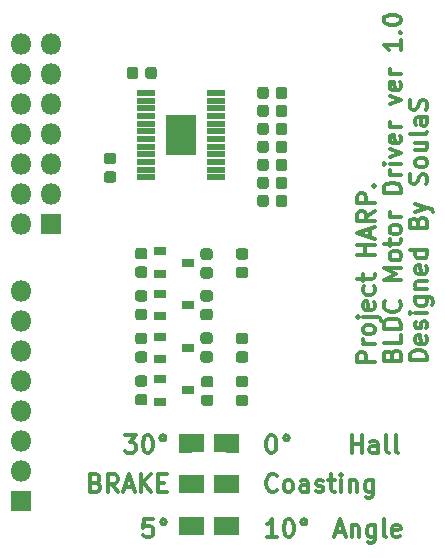
<source format=gts>
%TF.GenerationSoftware,KiCad,Pcbnew,(5.1.6)-1*%
%TF.CreationDate,2020-08-11T11:23:43+09:00*%
%TF.ProjectId,BLDC_MD_DRV10970,424c4443-5f4d-4445-9f44-525631303937,rev?*%
%TF.SameCoordinates,Original*%
%TF.FileFunction,Soldermask,Top*%
%TF.FilePolarity,Negative*%
%FSLAX46Y46*%
G04 Gerber Fmt 4.6, Leading zero omitted, Abs format (unit mm)*
G04 Created by KiCad (PCBNEW (5.1.6)-1) date 2020-08-11 11:23:43*
%MOMM*%
%LPD*%
G01*
G04 APERTURE LIST*
%ADD10C,0.300000*%
%ADD11R,1.100000X0.800000*%
%ADD12C,0.100000*%
%ADD13R,1.500000X1.500000*%
%ADD14O,1.800000X1.800000*%
%ADD15R,1.800000X1.800000*%
%ADD16R,2.500000X3.380000*%
%ADD17R,1.600000X0.550000*%
G04 APERTURE END LIST*
D10*
X170877771Y-119078800D02*
X169377771Y-119078800D01*
X169377771Y-118721657D01*
X169449200Y-118507371D01*
X169592057Y-118364514D01*
X169734914Y-118293085D01*
X170020628Y-118221657D01*
X170234914Y-118221657D01*
X170520628Y-118293085D01*
X170663485Y-118364514D01*
X170806342Y-118507371D01*
X170877771Y-118721657D01*
X170877771Y-119078800D01*
X170806342Y-117007371D02*
X170877771Y-117150228D01*
X170877771Y-117435942D01*
X170806342Y-117578800D01*
X170663485Y-117650228D01*
X170092057Y-117650228D01*
X169949200Y-117578800D01*
X169877771Y-117435942D01*
X169877771Y-117150228D01*
X169949200Y-117007371D01*
X170092057Y-116935942D01*
X170234914Y-116935942D01*
X170377771Y-117650228D01*
X170806342Y-116364514D02*
X170877771Y-116221657D01*
X170877771Y-115935942D01*
X170806342Y-115793085D01*
X170663485Y-115721657D01*
X170592057Y-115721657D01*
X170449200Y-115793085D01*
X170377771Y-115935942D01*
X170377771Y-116150228D01*
X170306342Y-116293085D01*
X170163485Y-116364514D01*
X170092057Y-116364514D01*
X169949200Y-116293085D01*
X169877771Y-116150228D01*
X169877771Y-115935942D01*
X169949200Y-115793085D01*
X170877771Y-115078800D02*
X169877771Y-115078800D01*
X169377771Y-115078800D02*
X169449200Y-115150228D01*
X169520628Y-115078800D01*
X169449200Y-115007371D01*
X169377771Y-115078800D01*
X169520628Y-115078800D01*
X169877771Y-113721657D02*
X171092057Y-113721657D01*
X171234914Y-113793085D01*
X171306342Y-113864514D01*
X171377771Y-114007371D01*
X171377771Y-114221657D01*
X171306342Y-114364514D01*
X170806342Y-113721657D02*
X170877771Y-113864514D01*
X170877771Y-114150228D01*
X170806342Y-114293085D01*
X170734914Y-114364514D01*
X170592057Y-114435942D01*
X170163485Y-114435942D01*
X170020628Y-114364514D01*
X169949200Y-114293085D01*
X169877771Y-114150228D01*
X169877771Y-113864514D01*
X169949200Y-113721657D01*
X169877771Y-113007371D02*
X170877771Y-113007371D01*
X170020628Y-113007371D02*
X169949200Y-112935942D01*
X169877771Y-112793085D01*
X169877771Y-112578800D01*
X169949200Y-112435942D01*
X170092057Y-112364514D01*
X170877771Y-112364514D01*
X170806342Y-111078800D02*
X170877771Y-111221657D01*
X170877771Y-111507371D01*
X170806342Y-111650228D01*
X170663485Y-111721657D01*
X170092057Y-111721657D01*
X169949200Y-111650228D01*
X169877771Y-111507371D01*
X169877771Y-111221657D01*
X169949200Y-111078800D01*
X170092057Y-111007371D01*
X170234914Y-111007371D01*
X170377771Y-111721657D01*
X170877771Y-109721657D02*
X169377771Y-109721657D01*
X170806342Y-109721657D02*
X170877771Y-109864514D01*
X170877771Y-110150228D01*
X170806342Y-110293085D01*
X170734914Y-110364514D01*
X170592057Y-110435942D01*
X170163485Y-110435942D01*
X170020628Y-110364514D01*
X169949200Y-110293085D01*
X169877771Y-110150228D01*
X169877771Y-109864514D01*
X169949200Y-109721657D01*
X170092057Y-107364514D02*
X170163485Y-107150228D01*
X170234914Y-107078800D01*
X170377771Y-107007371D01*
X170592057Y-107007371D01*
X170734914Y-107078800D01*
X170806342Y-107150228D01*
X170877771Y-107293085D01*
X170877771Y-107864514D01*
X169377771Y-107864514D01*
X169377771Y-107364514D01*
X169449200Y-107221657D01*
X169520628Y-107150228D01*
X169663485Y-107078800D01*
X169806342Y-107078800D01*
X169949200Y-107150228D01*
X170020628Y-107221657D01*
X170092057Y-107364514D01*
X170092057Y-107864514D01*
X169877771Y-106507371D02*
X170877771Y-106150228D01*
X169877771Y-105793085D02*
X170877771Y-106150228D01*
X171234914Y-106293085D01*
X171306342Y-106364514D01*
X171377771Y-106507371D01*
X170806342Y-104150228D02*
X170877771Y-103935942D01*
X170877771Y-103578800D01*
X170806342Y-103435942D01*
X170734914Y-103364514D01*
X170592057Y-103293085D01*
X170449200Y-103293085D01*
X170306342Y-103364514D01*
X170234914Y-103435942D01*
X170163485Y-103578800D01*
X170092057Y-103864514D01*
X170020628Y-104007371D01*
X169949200Y-104078800D01*
X169806342Y-104150228D01*
X169663485Y-104150228D01*
X169520628Y-104078800D01*
X169449200Y-104007371D01*
X169377771Y-103864514D01*
X169377771Y-103507371D01*
X169449200Y-103293085D01*
X170877771Y-102435942D02*
X170806342Y-102578800D01*
X170734914Y-102650228D01*
X170592057Y-102721657D01*
X170163485Y-102721657D01*
X170020628Y-102650228D01*
X169949200Y-102578800D01*
X169877771Y-102435942D01*
X169877771Y-102221657D01*
X169949200Y-102078800D01*
X170020628Y-102007371D01*
X170163485Y-101935942D01*
X170592057Y-101935942D01*
X170734914Y-102007371D01*
X170806342Y-102078800D01*
X170877771Y-102221657D01*
X170877771Y-102435942D01*
X169877771Y-100650228D02*
X170877771Y-100650228D01*
X169877771Y-101293085D02*
X170663485Y-101293085D01*
X170806342Y-101221657D01*
X170877771Y-101078800D01*
X170877771Y-100864514D01*
X170806342Y-100721657D01*
X170734914Y-100650228D01*
X170877771Y-99721657D02*
X170806342Y-99864514D01*
X170663485Y-99935942D01*
X169377771Y-99935942D01*
X170877771Y-98507371D02*
X170092057Y-98507371D01*
X169949200Y-98578800D01*
X169877771Y-98721657D01*
X169877771Y-99007371D01*
X169949200Y-99150228D01*
X170806342Y-98507371D02*
X170877771Y-98650228D01*
X170877771Y-99007371D01*
X170806342Y-99150228D01*
X170663485Y-99221657D01*
X170520628Y-99221657D01*
X170377771Y-99150228D01*
X170306342Y-99007371D01*
X170306342Y-98650228D01*
X170234914Y-98507371D01*
X170806342Y-97864514D02*
X170877771Y-97650228D01*
X170877771Y-97293085D01*
X170806342Y-97150228D01*
X170734914Y-97078800D01*
X170592057Y-97007371D01*
X170449200Y-97007371D01*
X170306342Y-97078800D01*
X170234914Y-97150228D01*
X170163485Y-97293085D01*
X170092057Y-97578800D01*
X170020628Y-97721657D01*
X169949200Y-97793085D01*
X169806342Y-97864514D01*
X169663485Y-97864514D01*
X169520628Y-97793085D01*
X169449200Y-97721657D01*
X169377771Y-97578800D01*
X169377771Y-97221657D01*
X169449200Y-97007371D01*
X167892857Y-118607142D02*
X167964285Y-118392857D01*
X168035714Y-118321428D01*
X168178571Y-118250000D01*
X168392857Y-118250000D01*
X168535714Y-118321428D01*
X168607142Y-118392857D01*
X168678571Y-118535714D01*
X168678571Y-119107142D01*
X167178571Y-119107142D01*
X167178571Y-118607142D01*
X167250000Y-118464285D01*
X167321428Y-118392857D01*
X167464285Y-118321428D01*
X167607142Y-118321428D01*
X167750000Y-118392857D01*
X167821428Y-118464285D01*
X167892857Y-118607142D01*
X167892857Y-119107142D01*
X168678571Y-116892857D02*
X168678571Y-117607142D01*
X167178571Y-117607142D01*
X168678571Y-116392857D02*
X167178571Y-116392857D01*
X167178571Y-116035714D01*
X167250000Y-115821428D01*
X167392857Y-115678571D01*
X167535714Y-115607142D01*
X167821428Y-115535714D01*
X168035714Y-115535714D01*
X168321428Y-115607142D01*
X168464285Y-115678571D01*
X168607142Y-115821428D01*
X168678571Y-116035714D01*
X168678571Y-116392857D01*
X168535714Y-114035714D02*
X168607142Y-114107142D01*
X168678571Y-114321428D01*
X168678571Y-114464285D01*
X168607142Y-114678571D01*
X168464285Y-114821428D01*
X168321428Y-114892857D01*
X168035714Y-114964285D01*
X167821428Y-114964285D01*
X167535714Y-114892857D01*
X167392857Y-114821428D01*
X167250000Y-114678571D01*
X167178571Y-114464285D01*
X167178571Y-114321428D01*
X167250000Y-114107142D01*
X167321428Y-114035714D01*
X168678571Y-112250000D02*
X167178571Y-112250000D01*
X168250000Y-111750000D01*
X167178571Y-111250000D01*
X168678571Y-111250000D01*
X168678571Y-110321428D02*
X168607142Y-110464285D01*
X168535714Y-110535714D01*
X168392857Y-110607142D01*
X167964285Y-110607142D01*
X167821428Y-110535714D01*
X167750000Y-110464285D01*
X167678571Y-110321428D01*
X167678571Y-110107142D01*
X167750000Y-109964285D01*
X167821428Y-109892857D01*
X167964285Y-109821428D01*
X168392857Y-109821428D01*
X168535714Y-109892857D01*
X168607142Y-109964285D01*
X168678571Y-110107142D01*
X168678571Y-110321428D01*
X167678571Y-109392857D02*
X167678571Y-108821428D01*
X167178571Y-109178571D02*
X168464285Y-109178571D01*
X168607142Y-109107142D01*
X168678571Y-108964285D01*
X168678571Y-108821428D01*
X168678571Y-108107142D02*
X168607142Y-108250000D01*
X168535714Y-108321428D01*
X168392857Y-108392857D01*
X167964285Y-108392857D01*
X167821428Y-108321428D01*
X167750000Y-108250000D01*
X167678571Y-108107142D01*
X167678571Y-107892857D01*
X167750000Y-107750000D01*
X167821428Y-107678571D01*
X167964285Y-107607142D01*
X168392857Y-107607142D01*
X168535714Y-107678571D01*
X168607142Y-107750000D01*
X168678571Y-107892857D01*
X168678571Y-108107142D01*
X168678571Y-106964285D02*
X167678571Y-106964285D01*
X167964285Y-106964285D02*
X167821428Y-106892857D01*
X167750000Y-106821428D01*
X167678571Y-106678571D01*
X167678571Y-106535714D01*
X168678571Y-104892857D02*
X167178571Y-104892857D01*
X167178571Y-104535714D01*
X167250000Y-104321428D01*
X167392857Y-104178571D01*
X167535714Y-104107142D01*
X167821428Y-104035714D01*
X168035714Y-104035714D01*
X168321428Y-104107142D01*
X168464285Y-104178571D01*
X168607142Y-104321428D01*
X168678571Y-104535714D01*
X168678571Y-104892857D01*
X168678571Y-103392857D02*
X167678571Y-103392857D01*
X167964285Y-103392857D02*
X167821428Y-103321428D01*
X167750000Y-103250000D01*
X167678571Y-103107142D01*
X167678571Y-102964285D01*
X168678571Y-102464285D02*
X167678571Y-102464285D01*
X167178571Y-102464285D02*
X167250000Y-102535714D01*
X167321428Y-102464285D01*
X167250000Y-102392857D01*
X167178571Y-102464285D01*
X167321428Y-102464285D01*
X167678571Y-101892857D02*
X168678571Y-101535714D01*
X167678571Y-101178571D01*
X168607142Y-100035714D02*
X168678571Y-100178571D01*
X168678571Y-100464285D01*
X168607142Y-100607142D01*
X168464285Y-100678571D01*
X167892857Y-100678571D01*
X167750000Y-100607142D01*
X167678571Y-100464285D01*
X167678571Y-100178571D01*
X167750000Y-100035714D01*
X167892857Y-99964285D01*
X168035714Y-99964285D01*
X168178571Y-100678571D01*
X168678571Y-99321428D02*
X167678571Y-99321428D01*
X167964285Y-99321428D02*
X167821428Y-99250000D01*
X167750000Y-99178571D01*
X167678571Y-99035714D01*
X167678571Y-98892857D01*
X167678571Y-97392857D02*
X168678571Y-97035714D01*
X167678571Y-96678571D01*
X168607142Y-95535714D02*
X168678571Y-95678571D01*
X168678571Y-95964285D01*
X168607142Y-96107142D01*
X168464285Y-96178571D01*
X167892857Y-96178571D01*
X167750000Y-96107142D01*
X167678571Y-95964285D01*
X167678571Y-95678571D01*
X167750000Y-95535714D01*
X167892857Y-95464285D01*
X168035714Y-95464285D01*
X168178571Y-96178571D01*
X168678571Y-94821428D02*
X167678571Y-94821428D01*
X167964285Y-94821428D02*
X167821428Y-94750000D01*
X167750000Y-94678571D01*
X167678571Y-94535714D01*
X167678571Y-94392857D01*
X168678571Y-91964285D02*
X168678571Y-92821428D01*
X168678571Y-92392857D02*
X167178571Y-92392857D01*
X167392857Y-92535714D01*
X167535714Y-92678571D01*
X167607142Y-92821428D01*
X168535714Y-91321428D02*
X168607142Y-91250000D01*
X168678571Y-91321428D01*
X168607142Y-91392857D01*
X168535714Y-91321428D01*
X168678571Y-91321428D01*
X167178571Y-90321428D02*
X167178571Y-90178571D01*
X167250000Y-90035714D01*
X167321428Y-89964285D01*
X167464285Y-89892857D01*
X167750000Y-89821428D01*
X168107142Y-89821428D01*
X168392857Y-89892857D01*
X168535714Y-89964285D01*
X168607142Y-90035714D01*
X168678571Y-90178571D01*
X168678571Y-90321428D01*
X168607142Y-90464285D01*
X168535714Y-90535714D01*
X168392857Y-90607142D01*
X168107142Y-90678571D01*
X167750000Y-90678571D01*
X167464285Y-90607142D01*
X167321428Y-90535714D01*
X167250000Y-90464285D01*
X167178571Y-90321428D01*
X166428571Y-119214285D02*
X164928571Y-119214285D01*
X164928571Y-118642857D01*
X165000000Y-118500000D01*
X165071428Y-118428571D01*
X165214285Y-118357142D01*
X165428571Y-118357142D01*
X165571428Y-118428571D01*
X165642857Y-118500000D01*
X165714285Y-118642857D01*
X165714285Y-119214285D01*
X166428571Y-117714285D02*
X165428571Y-117714285D01*
X165714285Y-117714285D02*
X165571428Y-117642857D01*
X165500000Y-117571428D01*
X165428571Y-117428571D01*
X165428571Y-117285714D01*
X166428571Y-116571428D02*
X166357142Y-116714285D01*
X166285714Y-116785714D01*
X166142857Y-116857142D01*
X165714285Y-116857142D01*
X165571428Y-116785714D01*
X165500000Y-116714285D01*
X165428571Y-116571428D01*
X165428571Y-116357142D01*
X165500000Y-116214285D01*
X165571428Y-116142857D01*
X165714285Y-116071428D01*
X166142857Y-116071428D01*
X166285714Y-116142857D01*
X166357142Y-116214285D01*
X166428571Y-116357142D01*
X166428571Y-116571428D01*
X165428571Y-115428571D02*
X166714285Y-115428571D01*
X166857142Y-115500000D01*
X166928571Y-115642857D01*
X166928571Y-115714285D01*
X164928571Y-115428571D02*
X165000000Y-115500000D01*
X165071428Y-115428571D01*
X165000000Y-115357142D01*
X164928571Y-115428571D01*
X165071428Y-115428571D01*
X166357142Y-114142857D02*
X166428571Y-114285714D01*
X166428571Y-114571428D01*
X166357142Y-114714285D01*
X166214285Y-114785714D01*
X165642857Y-114785714D01*
X165500000Y-114714285D01*
X165428571Y-114571428D01*
X165428571Y-114285714D01*
X165500000Y-114142857D01*
X165642857Y-114071428D01*
X165785714Y-114071428D01*
X165928571Y-114785714D01*
X166357142Y-112785714D02*
X166428571Y-112928571D01*
X166428571Y-113214285D01*
X166357142Y-113357142D01*
X166285714Y-113428571D01*
X166142857Y-113500000D01*
X165714285Y-113500000D01*
X165571428Y-113428571D01*
X165500000Y-113357142D01*
X165428571Y-113214285D01*
X165428571Y-112928571D01*
X165500000Y-112785714D01*
X165428571Y-112357142D02*
X165428571Y-111785714D01*
X164928571Y-112142857D02*
X166214285Y-112142857D01*
X166357142Y-112071428D01*
X166428571Y-111928571D01*
X166428571Y-111785714D01*
X166428571Y-110142857D02*
X164928571Y-110142857D01*
X165642857Y-110142857D02*
X165642857Y-109285714D01*
X166428571Y-109285714D02*
X164928571Y-109285714D01*
X166000000Y-108642857D02*
X166000000Y-107928571D01*
X166428571Y-108785714D02*
X164928571Y-108285714D01*
X166428571Y-107785714D01*
X166428571Y-106428571D02*
X165714285Y-106928571D01*
X166428571Y-107285714D02*
X164928571Y-107285714D01*
X164928571Y-106714285D01*
X165000000Y-106571428D01*
X165071428Y-106500000D01*
X165214285Y-106428571D01*
X165428571Y-106428571D01*
X165571428Y-106500000D01*
X165642857Y-106571428D01*
X165714285Y-106714285D01*
X165714285Y-107285714D01*
X166428571Y-105785714D02*
X164928571Y-105785714D01*
X164928571Y-105214285D01*
X165000000Y-105071428D01*
X165071428Y-105000000D01*
X165214285Y-104928571D01*
X165428571Y-104928571D01*
X165571428Y-105000000D01*
X165642857Y-105071428D01*
X165714285Y-105214285D01*
X165714285Y-105785714D01*
X166285714Y-104285714D02*
X166357142Y-104214285D01*
X166428571Y-104285714D01*
X166357142Y-104357142D01*
X166285714Y-104285714D01*
X166428571Y-104285714D01*
X163112000Y-133600000D02*
X163826285Y-133600000D01*
X162969142Y-134028571D02*
X163469142Y-132528571D01*
X163969142Y-134028571D01*
X164469142Y-133028571D02*
X164469142Y-134028571D01*
X164469142Y-133171428D02*
X164540571Y-133100000D01*
X164683428Y-133028571D01*
X164897714Y-133028571D01*
X165040571Y-133100000D01*
X165112000Y-133242857D01*
X165112000Y-134028571D01*
X166469142Y-133028571D02*
X166469142Y-134242857D01*
X166397714Y-134385714D01*
X166326285Y-134457142D01*
X166183428Y-134528571D01*
X165969142Y-134528571D01*
X165826285Y-134457142D01*
X166469142Y-133957142D02*
X166326285Y-134028571D01*
X166040571Y-134028571D01*
X165897714Y-133957142D01*
X165826285Y-133885714D01*
X165754857Y-133742857D01*
X165754857Y-133314285D01*
X165826285Y-133171428D01*
X165897714Y-133100000D01*
X166040571Y-133028571D01*
X166326285Y-133028571D01*
X166469142Y-133100000D01*
X167397714Y-134028571D02*
X167254857Y-133957142D01*
X167183428Y-133814285D01*
X167183428Y-132528571D01*
X168540571Y-133957142D02*
X168397714Y-134028571D01*
X168112000Y-134028571D01*
X167969142Y-133957142D01*
X167897714Y-133814285D01*
X167897714Y-133242857D01*
X167969142Y-133100000D01*
X168112000Y-133028571D01*
X168397714Y-133028571D01*
X168540571Y-133100000D01*
X168612000Y-133242857D01*
X168612000Y-133385714D01*
X167897714Y-133528571D01*
X158146857Y-134028571D02*
X157289714Y-134028571D01*
X157718285Y-134028571D02*
X157718285Y-132528571D01*
X157575428Y-132742857D01*
X157432571Y-132885714D01*
X157289714Y-132957142D01*
X159075428Y-132528571D02*
X159218285Y-132528571D01*
X159361142Y-132600000D01*
X159432571Y-132671428D01*
X159504000Y-132814285D01*
X159575428Y-133100000D01*
X159575428Y-133457142D01*
X159504000Y-133742857D01*
X159432571Y-133885714D01*
X159361142Y-133957142D01*
X159218285Y-134028571D01*
X159075428Y-134028571D01*
X158932571Y-133957142D01*
X158861142Y-133885714D01*
X158789714Y-133742857D01*
X158718285Y-133457142D01*
X158718285Y-133100000D01*
X158789714Y-132814285D01*
X158861142Y-132671428D01*
X158932571Y-132600000D01*
X159075428Y-132528571D01*
X160432571Y-132528571D02*
X160289714Y-132600000D01*
X160218285Y-132742857D01*
X160289714Y-132885714D01*
X160432571Y-132957142D01*
X160575428Y-132885714D01*
X160646857Y-132742857D01*
X160575428Y-132600000D01*
X160432571Y-132528571D01*
X147613714Y-132528571D02*
X146899428Y-132528571D01*
X146828000Y-133242857D01*
X146899428Y-133171428D01*
X147042285Y-133100000D01*
X147399428Y-133100000D01*
X147542285Y-133171428D01*
X147613714Y-133242857D01*
X147685142Y-133385714D01*
X147685142Y-133742857D01*
X147613714Y-133885714D01*
X147542285Y-133957142D01*
X147399428Y-134028571D01*
X147042285Y-134028571D01*
X146899428Y-133957142D01*
X146828000Y-133885714D01*
X148542285Y-132528571D02*
X148399428Y-132600000D01*
X148328000Y-132742857D01*
X148399428Y-132885714D01*
X148542285Y-132957142D01*
X148685142Y-132885714D01*
X148756571Y-132742857D01*
X148685142Y-132600000D01*
X148542285Y-132528571D01*
X158155142Y-130075714D02*
X158083714Y-130147142D01*
X157869428Y-130218571D01*
X157726571Y-130218571D01*
X157512285Y-130147142D01*
X157369428Y-130004285D01*
X157298000Y-129861428D01*
X157226571Y-129575714D01*
X157226571Y-129361428D01*
X157298000Y-129075714D01*
X157369428Y-128932857D01*
X157512285Y-128790000D01*
X157726571Y-128718571D01*
X157869428Y-128718571D01*
X158083714Y-128790000D01*
X158155142Y-128861428D01*
X159012285Y-130218571D02*
X158869428Y-130147142D01*
X158798000Y-130075714D01*
X158726571Y-129932857D01*
X158726571Y-129504285D01*
X158798000Y-129361428D01*
X158869428Y-129290000D01*
X159012285Y-129218571D01*
X159226571Y-129218571D01*
X159369428Y-129290000D01*
X159440857Y-129361428D01*
X159512285Y-129504285D01*
X159512285Y-129932857D01*
X159440857Y-130075714D01*
X159369428Y-130147142D01*
X159226571Y-130218571D01*
X159012285Y-130218571D01*
X160798000Y-130218571D02*
X160798000Y-129432857D01*
X160726571Y-129290000D01*
X160583714Y-129218571D01*
X160298000Y-129218571D01*
X160155142Y-129290000D01*
X160798000Y-130147142D02*
X160655142Y-130218571D01*
X160298000Y-130218571D01*
X160155142Y-130147142D01*
X160083714Y-130004285D01*
X160083714Y-129861428D01*
X160155142Y-129718571D01*
X160298000Y-129647142D01*
X160655142Y-129647142D01*
X160798000Y-129575714D01*
X161440857Y-130147142D02*
X161583714Y-130218571D01*
X161869428Y-130218571D01*
X162012285Y-130147142D01*
X162083714Y-130004285D01*
X162083714Y-129932857D01*
X162012285Y-129790000D01*
X161869428Y-129718571D01*
X161655142Y-129718571D01*
X161512285Y-129647142D01*
X161440857Y-129504285D01*
X161440857Y-129432857D01*
X161512285Y-129290000D01*
X161655142Y-129218571D01*
X161869428Y-129218571D01*
X162012285Y-129290000D01*
X162512285Y-129218571D02*
X163083714Y-129218571D01*
X162726571Y-128718571D02*
X162726571Y-130004285D01*
X162798000Y-130147142D01*
X162940857Y-130218571D01*
X163083714Y-130218571D01*
X163583714Y-130218571D02*
X163583714Y-129218571D01*
X163583714Y-128718571D02*
X163512285Y-128790000D01*
X163583714Y-128861428D01*
X163655142Y-128790000D01*
X163583714Y-128718571D01*
X163583714Y-128861428D01*
X164298000Y-129218571D02*
X164298000Y-130218571D01*
X164298000Y-129361428D02*
X164369428Y-129290000D01*
X164512285Y-129218571D01*
X164726571Y-129218571D01*
X164869428Y-129290000D01*
X164940857Y-129432857D01*
X164940857Y-130218571D01*
X166298000Y-129218571D02*
X166298000Y-130432857D01*
X166226571Y-130575714D01*
X166155142Y-130647142D01*
X166012285Y-130718571D01*
X165798000Y-130718571D01*
X165655142Y-130647142D01*
X166298000Y-130147142D02*
X166155142Y-130218571D01*
X165869428Y-130218571D01*
X165726571Y-130147142D01*
X165655142Y-130075714D01*
X165583714Y-129932857D01*
X165583714Y-129504285D01*
X165655142Y-129361428D01*
X165726571Y-129290000D01*
X165869428Y-129218571D01*
X166155142Y-129218571D01*
X166298000Y-129290000D01*
X142827714Y-129432857D02*
X143042000Y-129504285D01*
X143113428Y-129575714D01*
X143184857Y-129718571D01*
X143184857Y-129932857D01*
X143113428Y-130075714D01*
X143042000Y-130147142D01*
X142899142Y-130218571D01*
X142327714Y-130218571D01*
X142327714Y-128718571D01*
X142827714Y-128718571D01*
X142970571Y-128790000D01*
X143042000Y-128861428D01*
X143113428Y-129004285D01*
X143113428Y-129147142D01*
X143042000Y-129290000D01*
X142970571Y-129361428D01*
X142827714Y-129432857D01*
X142327714Y-129432857D01*
X144684857Y-130218571D02*
X144184857Y-129504285D01*
X143827714Y-130218571D02*
X143827714Y-128718571D01*
X144399142Y-128718571D01*
X144542000Y-128790000D01*
X144613428Y-128861428D01*
X144684857Y-129004285D01*
X144684857Y-129218571D01*
X144613428Y-129361428D01*
X144542000Y-129432857D01*
X144399142Y-129504285D01*
X143827714Y-129504285D01*
X145256285Y-129790000D02*
X145970571Y-129790000D01*
X145113428Y-130218571D02*
X145613428Y-128718571D01*
X146113428Y-130218571D01*
X146613428Y-130218571D02*
X146613428Y-128718571D01*
X147470571Y-130218571D02*
X146827714Y-129361428D01*
X147470571Y-128718571D02*
X146613428Y-129575714D01*
X148113428Y-129432857D02*
X148613428Y-129432857D01*
X148827714Y-130218571D02*
X148113428Y-130218571D01*
X148113428Y-128718571D01*
X148827714Y-128718571D01*
X164477142Y-126916571D02*
X164477142Y-125416571D01*
X164477142Y-126130857D02*
X165334285Y-126130857D01*
X165334285Y-126916571D02*
X165334285Y-125416571D01*
X166691428Y-126916571D02*
X166691428Y-126130857D01*
X166620000Y-125988000D01*
X166477142Y-125916571D01*
X166191428Y-125916571D01*
X166048571Y-125988000D01*
X166691428Y-126845142D02*
X166548571Y-126916571D01*
X166191428Y-126916571D01*
X166048571Y-126845142D01*
X165977142Y-126702285D01*
X165977142Y-126559428D01*
X166048571Y-126416571D01*
X166191428Y-126345142D01*
X166548571Y-126345142D01*
X166691428Y-126273714D01*
X167620000Y-126916571D02*
X167477142Y-126845142D01*
X167405714Y-126702285D01*
X167405714Y-125416571D01*
X168405714Y-126916571D02*
X168262857Y-126845142D01*
X168191428Y-126702285D01*
X168191428Y-125416571D01*
X157599142Y-125416571D02*
X157742000Y-125416571D01*
X157884857Y-125488000D01*
X157956285Y-125559428D01*
X158027714Y-125702285D01*
X158099142Y-125988000D01*
X158099142Y-126345142D01*
X158027714Y-126630857D01*
X157956285Y-126773714D01*
X157884857Y-126845142D01*
X157742000Y-126916571D01*
X157599142Y-126916571D01*
X157456285Y-126845142D01*
X157384857Y-126773714D01*
X157313428Y-126630857D01*
X157242000Y-126345142D01*
X157242000Y-125988000D01*
X157313428Y-125702285D01*
X157384857Y-125559428D01*
X157456285Y-125488000D01*
X157599142Y-125416571D01*
X158956285Y-125416571D02*
X158813428Y-125488000D01*
X158742000Y-125630857D01*
X158813428Y-125773714D01*
X158956285Y-125845142D01*
X159099142Y-125773714D01*
X159170571Y-125630857D01*
X159099142Y-125488000D01*
X158956285Y-125416571D01*
X145280285Y-125416571D02*
X146208857Y-125416571D01*
X145708857Y-125988000D01*
X145923142Y-125988000D01*
X146066000Y-126059428D01*
X146137428Y-126130857D01*
X146208857Y-126273714D01*
X146208857Y-126630857D01*
X146137428Y-126773714D01*
X146066000Y-126845142D01*
X145923142Y-126916571D01*
X145494571Y-126916571D01*
X145351714Y-126845142D01*
X145280285Y-126773714D01*
X147137428Y-125416571D02*
X147280285Y-125416571D01*
X147423142Y-125488000D01*
X147494571Y-125559428D01*
X147566000Y-125702285D01*
X147637428Y-125988000D01*
X147637428Y-126345142D01*
X147566000Y-126630857D01*
X147494571Y-126773714D01*
X147423142Y-126845142D01*
X147280285Y-126916571D01*
X147137428Y-126916571D01*
X146994571Y-126845142D01*
X146923142Y-126773714D01*
X146851714Y-126630857D01*
X146780285Y-126345142D01*
X146780285Y-125988000D01*
X146851714Y-125702285D01*
X146923142Y-125559428D01*
X146994571Y-125488000D01*
X147137428Y-125416571D01*
X148494571Y-125416571D02*
X148351714Y-125488000D01*
X148280285Y-125630857D01*
X148351714Y-125773714D01*
X148494571Y-125845142D01*
X148637428Y-125773714D01*
X148708857Y-125630857D01*
X148637428Y-125488000D01*
X148494571Y-125416571D01*
%TO.C,R15*%
G36*
G01*
X158049240Y-98223650D02*
X158049240Y-97661150D01*
G75*
G02*
X158292990Y-97417400I243750J0D01*
G01*
X158780490Y-97417400D01*
G75*
G02*
X159024240Y-97661150I0J-243750D01*
G01*
X159024240Y-98223650D01*
G75*
G02*
X158780490Y-98467400I-243750J0D01*
G01*
X158292990Y-98467400D01*
G75*
G02*
X158049240Y-98223650I0J243750D01*
G01*
G37*
G36*
G01*
X156474240Y-98223650D02*
X156474240Y-97661150D01*
G75*
G02*
X156717990Y-97417400I243750J0D01*
G01*
X157205490Y-97417400D01*
G75*
G02*
X157449240Y-97661150I0J-243750D01*
G01*
X157449240Y-98223650D01*
G75*
G02*
X157205490Y-98467400I-243750J0D01*
G01*
X156717990Y-98467400D01*
G75*
G02*
X156474240Y-98223650I0J243750D01*
G01*
G37*
%TD*%
%TO.C,R14*%
G36*
G01*
X147010400Y-95023250D02*
X147010400Y-94460750D01*
G75*
G02*
X147254150Y-94217000I243750J0D01*
G01*
X147741650Y-94217000D01*
G75*
G02*
X147985400Y-94460750I0J-243750D01*
G01*
X147985400Y-95023250D01*
G75*
G02*
X147741650Y-95267000I-243750J0D01*
G01*
X147254150Y-95267000D01*
G75*
G02*
X147010400Y-95023250I0J243750D01*
G01*
G37*
G36*
G01*
X145435400Y-95023250D02*
X145435400Y-94460750D01*
G75*
G02*
X145679150Y-94217000I243750J0D01*
G01*
X146166650Y-94217000D01*
G75*
G02*
X146410400Y-94460750I0J-243750D01*
G01*
X146410400Y-95023250D01*
G75*
G02*
X146166650Y-95267000I-243750J0D01*
G01*
X145679150Y-95267000D01*
G75*
G02*
X145435400Y-95023250I0J243750D01*
G01*
G37*
%TD*%
%TO.C,R13*%
G36*
G01*
X158049240Y-101271650D02*
X158049240Y-100709150D01*
G75*
G02*
X158292990Y-100465400I243750J0D01*
G01*
X158780490Y-100465400D01*
G75*
G02*
X159024240Y-100709150I0J-243750D01*
G01*
X159024240Y-101271650D01*
G75*
G02*
X158780490Y-101515400I-243750J0D01*
G01*
X158292990Y-101515400D01*
G75*
G02*
X158049240Y-101271650I0J243750D01*
G01*
G37*
G36*
G01*
X156474240Y-101271650D02*
X156474240Y-100709150D01*
G75*
G02*
X156717990Y-100465400I243750J0D01*
G01*
X157205490Y-100465400D01*
G75*
G02*
X157449240Y-100709150I0J-243750D01*
G01*
X157449240Y-101271650D01*
G75*
G02*
X157205490Y-101515400I-243750J0D01*
G01*
X156717990Y-101515400D01*
G75*
G02*
X156474240Y-101271650I0J243750D01*
G01*
G37*
%TD*%
%TO.C,R12*%
G36*
G01*
X154912750Y-118308400D02*
X155475250Y-118308400D01*
G75*
G02*
X155719000Y-118552150I0J-243750D01*
G01*
X155719000Y-119039650D01*
G75*
G02*
X155475250Y-119283400I-243750J0D01*
G01*
X154912750Y-119283400D01*
G75*
G02*
X154669000Y-119039650I0J243750D01*
G01*
X154669000Y-118552150D01*
G75*
G02*
X154912750Y-118308400I243750J0D01*
G01*
G37*
G36*
G01*
X154912750Y-116733400D02*
X155475250Y-116733400D01*
G75*
G02*
X155719000Y-116977150I0J-243750D01*
G01*
X155719000Y-117464650D01*
G75*
G02*
X155475250Y-117708400I-243750J0D01*
G01*
X154912750Y-117708400D01*
G75*
G02*
X154669000Y-117464650I0J243750D01*
G01*
X154669000Y-116977150D01*
G75*
G02*
X154912750Y-116733400I243750J0D01*
G01*
G37*
%TD*%
%TO.C,R11*%
G36*
G01*
X158049240Y-99747650D02*
X158049240Y-99185150D01*
G75*
G02*
X158292990Y-98941400I243750J0D01*
G01*
X158780490Y-98941400D01*
G75*
G02*
X159024240Y-99185150I0J-243750D01*
G01*
X159024240Y-99747650D01*
G75*
G02*
X158780490Y-99991400I-243750J0D01*
G01*
X158292990Y-99991400D01*
G75*
G02*
X158049240Y-99747650I0J243750D01*
G01*
G37*
G36*
G01*
X156474240Y-99747650D02*
X156474240Y-99185150D01*
G75*
G02*
X156717990Y-98941400I243750J0D01*
G01*
X157205490Y-98941400D01*
G75*
G02*
X157449240Y-99185150I0J-243750D01*
G01*
X157449240Y-99747650D01*
G75*
G02*
X157205490Y-99991400I-243750J0D01*
G01*
X156717990Y-99991400D01*
G75*
G02*
X156474240Y-99747650I0J243750D01*
G01*
G37*
%TD*%
%TO.C,R10*%
G36*
G01*
X154912750Y-111145600D02*
X155475250Y-111145600D01*
G75*
G02*
X155719000Y-111389350I0J-243750D01*
G01*
X155719000Y-111876850D01*
G75*
G02*
X155475250Y-112120600I-243750J0D01*
G01*
X154912750Y-112120600D01*
G75*
G02*
X154669000Y-111876850I0J243750D01*
G01*
X154669000Y-111389350D01*
G75*
G02*
X154912750Y-111145600I243750J0D01*
G01*
G37*
G36*
G01*
X154912750Y-109570600D02*
X155475250Y-109570600D01*
G75*
G02*
X155719000Y-109814350I0J-243750D01*
G01*
X155719000Y-110301850D01*
G75*
G02*
X155475250Y-110545600I-243750J0D01*
G01*
X154912750Y-110545600D01*
G75*
G02*
X154669000Y-110301850I0J243750D01*
G01*
X154669000Y-109814350D01*
G75*
G02*
X154912750Y-109570600I243750J0D01*
G01*
G37*
%TD*%
%TO.C,R9*%
G36*
G01*
X154912750Y-121966000D02*
X155475250Y-121966000D01*
G75*
G02*
X155719000Y-122209750I0J-243750D01*
G01*
X155719000Y-122697250D01*
G75*
G02*
X155475250Y-122941000I-243750J0D01*
G01*
X154912750Y-122941000D01*
G75*
G02*
X154669000Y-122697250I0J243750D01*
G01*
X154669000Y-122209750D01*
G75*
G02*
X154912750Y-121966000I243750J0D01*
G01*
G37*
G36*
G01*
X154912750Y-120391000D02*
X155475250Y-120391000D01*
G75*
G02*
X155719000Y-120634750I0J-243750D01*
G01*
X155719000Y-121122250D01*
G75*
G02*
X155475250Y-121366000I-243750J0D01*
G01*
X154912750Y-121366000D01*
G75*
G02*
X154669000Y-121122250I0J243750D01*
G01*
X154669000Y-120634750D01*
G75*
G02*
X154912750Y-120391000I243750J0D01*
G01*
G37*
%TD*%
%TO.C,R8*%
G36*
G01*
X151915550Y-111170900D02*
X152478050Y-111170900D01*
G75*
G02*
X152721800Y-111414650I0J-243750D01*
G01*
X152721800Y-111902150D01*
G75*
G02*
X152478050Y-112145900I-243750J0D01*
G01*
X151915550Y-112145900D01*
G75*
G02*
X151671800Y-111902150I0J243750D01*
G01*
X151671800Y-111414650D01*
G75*
G02*
X151915550Y-111170900I243750J0D01*
G01*
G37*
G36*
G01*
X151915550Y-109595900D02*
X152478050Y-109595900D01*
G75*
G02*
X152721800Y-109839650I0J-243750D01*
G01*
X152721800Y-110327150D01*
G75*
G02*
X152478050Y-110570900I-243750J0D01*
G01*
X151915550Y-110570900D01*
G75*
G02*
X151671800Y-110327150I0J243750D01*
G01*
X151671800Y-109839650D01*
G75*
G02*
X151915550Y-109595900I243750J0D01*
G01*
G37*
%TD*%
%TO.C,R7*%
G36*
G01*
X151915550Y-114701600D02*
X152478050Y-114701600D01*
G75*
G02*
X152721800Y-114945350I0J-243750D01*
G01*
X152721800Y-115432850D01*
G75*
G02*
X152478050Y-115676600I-243750J0D01*
G01*
X151915550Y-115676600D01*
G75*
G02*
X151671800Y-115432850I0J243750D01*
G01*
X151671800Y-114945350D01*
G75*
G02*
X151915550Y-114701600I243750J0D01*
G01*
G37*
G36*
G01*
X151915550Y-113126600D02*
X152478050Y-113126600D01*
G75*
G02*
X152721800Y-113370350I0J-243750D01*
G01*
X152721800Y-113857850D01*
G75*
G02*
X152478050Y-114101600I-243750J0D01*
G01*
X151915550Y-114101600D01*
G75*
G02*
X151671800Y-113857850I0J243750D01*
G01*
X151671800Y-113370350D01*
G75*
G02*
X151915550Y-113126600I243750J0D01*
G01*
G37*
%TD*%
%TO.C,R6*%
G36*
G01*
X151915550Y-118282900D02*
X152478050Y-118282900D01*
G75*
G02*
X152721800Y-118526650I0J-243750D01*
G01*
X152721800Y-119014150D01*
G75*
G02*
X152478050Y-119257900I-243750J0D01*
G01*
X151915550Y-119257900D01*
G75*
G02*
X151671800Y-119014150I0J243750D01*
G01*
X151671800Y-118526650D01*
G75*
G02*
X151915550Y-118282900I243750J0D01*
G01*
G37*
G36*
G01*
X151915550Y-116707900D02*
X152478050Y-116707900D01*
G75*
G02*
X152721800Y-116951650I0J-243750D01*
G01*
X152721800Y-117439150D01*
G75*
G02*
X152478050Y-117682900I-243750J0D01*
G01*
X151915550Y-117682900D01*
G75*
G02*
X151671800Y-117439150I0J243750D01*
G01*
X151671800Y-116951650D01*
G75*
G02*
X151915550Y-116707900I243750J0D01*
G01*
G37*
%TD*%
%TO.C,R5*%
G36*
G01*
X151966350Y-121966000D02*
X152528850Y-121966000D01*
G75*
G02*
X152772600Y-122209750I0J-243750D01*
G01*
X152772600Y-122697250D01*
G75*
G02*
X152528850Y-122941000I-243750J0D01*
G01*
X151966350Y-122941000D01*
G75*
G02*
X151722600Y-122697250I0J243750D01*
G01*
X151722600Y-122209750D01*
G75*
G02*
X151966350Y-121966000I243750J0D01*
G01*
G37*
G36*
G01*
X151966350Y-120391000D02*
X152528850Y-120391000D01*
G75*
G02*
X152772600Y-120634750I0J-243750D01*
G01*
X152772600Y-121122250D01*
G75*
G02*
X152528850Y-121366000I-243750J0D01*
G01*
X151966350Y-121366000D01*
G75*
G02*
X151722600Y-121122250I0J243750D01*
G01*
X151722600Y-120634750D01*
G75*
G02*
X151966350Y-120391000I243750J0D01*
G01*
G37*
%TD*%
%TO.C,R4*%
G36*
G01*
X146378350Y-111120100D02*
X146940850Y-111120100D01*
G75*
G02*
X147184600Y-111363850I0J-243750D01*
G01*
X147184600Y-111851350D01*
G75*
G02*
X146940850Y-112095100I-243750J0D01*
G01*
X146378350Y-112095100D01*
G75*
G02*
X146134600Y-111851350I0J243750D01*
G01*
X146134600Y-111363850D01*
G75*
G02*
X146378350Y-111120100I243750J0D01*
G01*
G37*
G36*
G01*
X146378350Y-109545100D02*
X146940850Y-109545100D01*
G75*
G02*
X147184600Y-109788850I0J-243750D01*
G01*
X147184600Y-110276350D01*
G75*
G02*
X146940850Y-110520100I-243750J0D01*
G01*
X146378350Y-110520100D01*
G75*
G02*
X146134600Y-110276350I0J243750D01*
G01*
X146134600Y-109788850D01*
G75*
G02*
X146378350Y-109545100I243750J0D01*
G01*
G37*
%TD*%
%TO.C,R3*%
G36*
G01*
X146378350Y-114701600D02*
X146940850Y-114701600D01*
G75*
G02*
X147184600Y-114945350I0J-243750D01*
G01*
X147184600Y-115432850D01*
G75*
G02*
X146940850Y-115676600I-243750J0D01*
G01*
X146378350Y-115676600D01*
G75*
G02*
X146134600Y-115432850I0J243750D01*
G01*
X146134600Y-114945350D01*
G75*
G02*
X146378350Y-114701600I243750J0D01*
G01*
G37*
G36*
G01*
X146378350Y-113126600D02*
X146940850Y-113126600D01*
G75*
G02*
X147184600Y-113370350I0J-243750D01*
G01*
X147184600Y-113857850D01*
G75*
G02*
X146940850Y-114101600I-243750J0D01*
G01*
X146378350Y-114101600D01*
G75*
G02*
X146134600Y-113857850I0J243750D01*
G01*
X146134600Y-113370350D01*
G75*
G02*
X146378350Y-113126600I243750J0D01*
G01*
G37*
%TD*%
%TO.C,R2*%
G36*
G01*
X146378350Y-118308400D02*
X146940850Y-118308400D01*
G75*
G02*
X147184600Y-118552150I0J-243750D01*
G01*
X147184600Y-119039650D01*
G75*
G02*
X146940850Y-119283400I-243750J0D01*
G01*
X146378350Y-119283400D01*
G75*
G02*
X146134600Y-119039650I0J243750D01*
G01*
X146134600Y-118552150D01*
G75*
G02*
X146378350Y-118308400I243750J0D01*
G01*
G37*
G36*
G01*
X146378350Y-116733400D02*
X146940850Y-116733400D01*
G75*
G02*
X147184600Y-116977150I0J-243750D01*
G01*
X147184600Y-117464650D01*
G75*
G02*
X146940850Y-117708400I-243750J0D01*
G01*
X146378350Y-117708400D01*
G75*
G02*
X146134600Y-117464650I0J243750D01*
G01*
X146134600Y-116977150D01*
G75*
G02*
X146378350Y-116733400I243750J0D01*
G01*
G37*
%TD*%
%TO.C,R1*%
G36*
G01*
X146378350Y-121915200D02*
X146940850Y-121915200D01*
G75*
G02*
X147184600Y-122158950I0J-243750D01*
G01*
X147184600Y-122646450D01*
G75*
G02*
X146940850Y-122890200I-243750J0D01*
G01*
X146378350Y-122890200D01*
G75*
G02*
X146134600Y-122646450I0J243750D01*
G01*
X146134600Y-122158950D01*
G75*
G02*
X146378350Y-121915200I243750J0D01*
G01*
G37*
G36*
G01*
X146378350Y-120340200D02*
X146940850Y-120340200D01*
G75*
G02*
X147184600Y-120583950I0J-243750D01*
G01*
X147184600Y-121071450D01*
G75*
G02*
X146940850Y-121315200I-243750J0D01*
G01*
X146378350Y-121315200D01*
G75*
G02*
X146134600Y-121071450I0J243750D01*
G01*
X146134600Y-120583950D01*
G75*
G02*
X146378350Y-120340200I243750J0D01*
G01*
G37*
%TD*%
D11*
%TO.C,Q4*%
X150653600Y-110794800D03*
X148253600Y-111744800D03*
X148253600Y-109844800D03*
%TD*%
%TO.C,Q3*%
X150653600Y-114401600D03*
X148253600Y-115351600D03*
X148253600Y-113451600D03*
%TD*%
%TO.C,Q2*%
X150653600Y-118008400D03*
X148253600Y-118958400D03*
X148253600Y-117058400D03*
%TD*%
%TO.C,Q1*%
X150653600Y-121615200D03*
X148253600Y-122565200D03*
X148253600Y-120665200D03*
%TD*%
D12*
%TO.C,JP3*%
G36*
X150909755Y-128740961D02*
G01*
X150919134Y-128743806D01*
X150927779Y-128748427D01*
X150935355Y-128754645D01*
X150941603Y-128762265D01*
X151441603Y-129512265D01*
X151446214Y-129520914D01*
X151449049Y-129530297D01*
X151450000Y-129540052D01*
X151449029Y-129549806D01*
X151446174Y-129559182D01*
X151441603Y-129567735D01*
X150941603Y-130317735D01*
X150935392Y-130325318D01*
X150927822Y-130331544D01*
X150919182Y-130336174D01*
X150909806Y-130339029D01*
X150900000Y-130340000D01*
X149900000Y-130340000D01*
X149890245Y-130339039D01*
X149880866Y-130336194D01*
X149872221Y-130331573D01*
X149864645Y-130325355D01*
X149858427Y-130317779D01*
X149853806Y-130309134D01*
X149850961Y-130299755D01*
X149850000Y-130290000D01*
X149850000Y-128790000D01*
X149850961Y-128780245D01*
X149853806Y-128770866D01*
X149858427Y-128762221D01*
X149864645Y-128754645D01*
X149872221Y-128748427D01*
X149880866Y-128743806D01*
X149890245Y-128740961D01*
X149900000Y-128740000D01*
X150900000Y-128740000D01*
X150909755Y-128740961D01*
G37*
G36*
X153890245Y-130339039D02*
G01*
X153880866Y-130336194D01*
X153872221Y-130331573D01*
X153864645Y-130325355D01*
X153858397Y-130317735D01*
X153358397Y-129567735D01*
X153353786Y-129559086D01*
X153350951Y-129549703D01*
X153350000Y-129539948D01*
X153350971Y-129530194D01*
X153353826Y-129520818D01*
X153358397Y-129512265D01*
X153858397Y-128762265D01*
X153864608Y-128754682D01*
X153872178Y-128748456D01*
X153880818Y-128743826D01*
X153890194Y-128740971D01*
X153900000Y-128740000D01*
X154900000Y-128740000D01*
X154909755Y-128740961D01*
X154919134Y-128743806D01*
X154927779Y-128748427D01*
X154935355Y-128754645D01*
X154941573Y-128762221D01*
X154946194Y-128770866D01*
X154949039Y-128780245D01*
X154950000Y-128790000D01*
X154950000Y-130290000D01*
X154949039Y-130299755D01*
X154946194Y-130309134D01*
X154941573Y-130317779D01*
X154935355Y-130325355D01*
X154927779Y-130331573D01*
X154919134Y-130336194D01*
X154909755Y-130339039D01*
X154900000Y-130340000D01*
X153900000Y-130340000D01*
X153890245Y-130339039D01*
G37*
D13*
X153600000Y-129540000D03*
X151200000Y-129540000D03*
%TD*%
D12*
%TO.C,JP2*%
G36*
X150909755Y-132296961D02*
G01*
X150919134Y-132299806D01*
X150927779Y-132304427D01*
X150935355Y-132310645D01*
X150941603Y-132318265D01*
X151441603Y-133068265D01*
X151446214Y-133076914D01*
X151449049Y-133086297D01*
X151450000Y-133096052D01*
X151449029Y-133105806D01*
X151446174Y-133115182D01*
X151441603Y-133123735D01*
X150941603Y-133873735D01*
X150935392Y-133881318D01*
X150927822Y-133887544D01*
X150919182Y-133892174D01*
X150909806Y-133895029D01*
X150900000Y-133896000D01*
X149900000Y-133896000D01*
X149890245Y-133895039D01*
X149880866Y-133892194D01*
X149872221Y-133887573D01*
X149864645Y-133881355D01*
X149858427Y-133873779D01*
X149853806Y-133865134D01*
X149850961Y-133855755D01*
X149850000Y-133846000D01*
X149850000Y-132346000D01*
X149850961Y-132336245D01*
X149853806Y-132326866D01*
X149858427Y-132318221D01*
X149864645Y-132310645D01*
X149872221Y-132304427D01*
X149880866Y-132299806D01*
X149890245Y-132296961D01*
X149900000Y-132296000D01*
X150900000Y-132296000D01*
X150909755Y-132296961D01*
G37*
G36*
X153890245Y-133895039D02*
G01*
X153880866Y-133892194D01*
X153872221Y-133887573D01*
X153864645Y-133881355D01*
X153858397Y-133873735D01*
X153358397Y-133123735D01*
X153353786Y-133115086D01*
X153350951Y-133105703D01*
X153350000Y-133095948D01*
X153350971Y-133086194D01*
X153353826Y-133076818D01*
X153358397Y-133068265D01*
X153858397Y-132318265D01*
X153864608Y-132310682D01*
X153872178Y-132304456D01*
X153880818Y-132299826D01*
X153890194Y-132296971D01*
X153900000Y-132296000D01*
X154900000Y-132296000D01*
X154909755Y-132296961D01*
X154919134Y-132299806D01*
X154927779Y-132304427D01*
X154935355Y-132310645D01*
X154941573Y-132318221D01*
X154946194Y-132326866D01*
X154949039Y-132336245D01*
X154950000Y-132346000D01*
X154950000Y-133846000D01*
X154949039Y-133855755D01*
X154946194Y-133865134D01*
X154941573Y-133873779D01*
X154935355Y-133881355D01*
X154927779Y-133887573D01*
X154919134Y-133892194D01*
X154909755Y-133895039D01*
X154900000Y-133896000D01*
X153900000Y-133896000D01*
X153890245Y-133895039D01*
G37*
D13*
X153600000Y-133096000D03*
X151200000Y-133096000D03*
%TD*%
D12*
%TO.C,JP1*%
G36*
X150909755Y-125286561D02*
G01*
X150919134Y-125289406D01*
X150927779Y-125294027D01*
X150935355Y-125300245D01*
X150941603Y-125307865D01*
X151441603Y-126057865D01*
X151446214Y-126066514D01*
X151449049Y-126075897D01*
X151450000Y-126085652D01*
X151449029Y-126095406D01*
X151446174Y-126104782D01*
X151441603Y-126113335D01*
X150941603Y-126863335D01*
X150935392Y-126870918D01*
X150927822Y-126877144D01*
X150919182Y-126881774D01*
X150909806Y-126884629D01*
X150900000Y-126885600D01*
X149900000Y-126885600D01*
X149890245Y-126884639D01*
X149880866Y-126881794D01*
X149872221Y-126877173D01*
X149864645Y-126870955D01*
X149858427Y-126863379D01*
X149853806Y-126854734D01*
X149850961Y-126845355D01*
X149850000Y-126835600D01*
X149850000Y-125335600D01*
X149850961Y-125325845D01*
X149853806Y-125316466D01*
X149858427Y-125307821D01*
X149864645Y-125300245D01*
X149872221Y-125294027D01*
X149880866Y-125289406D01*
X149890245Y-125286561D01*
X149900000Y-125285600D01*
X150900000Y-125285600D01*
X150909755Y-125286561D01*
G37*
G36*
X153890245Y-126884639D02*
G01*
X153880866Y-126881794D01*
X153872221Y-126877173D01*
X153864645Y-126870955D01*
X153858397Y-126863335D01*
X153358397Y-126113335D01*
X153353786Y-126104686D01*
X153350951Y-126095303D01*
X153350000Y-126085548D01*
X153350971Y-126075794D01*
X153353826Y-126066418D01*
X153358397Y-126057865D01*
X153858397Y-125307865D01*
X153864608Y-125300282D01*
X153872178Y-125294056D01*
X153880818Y-125289426D01*
X153890194Y-125286571D01*
X153900000Y-125285600D01*
X154900000Y-125285600D01*
X154909755Y-125286561D01*
X154919134Y-125289406D01*
X154927779Y-125294027D01*
X154935355Y-125300245D01*
X154941573Y-125307821D01*
X154946194Y-125316466D01*
X154949039Y-125325845D01*
X154950000Y-125335600D01*
X154950000Y-126835600D01*
X154949039Y-126845355D01*
X154946194Y-126854734D01*
X154941573Y-126863379D01*
X154935355Y-126870955D01*
X154927779Y-126877173D01*
X154919134Y-126881794D01*
X154909755Y-126884639D01*
X154900000Y-126885600D01*
X153900000Y-126885600D01*
X153890245Y-126884639D01*
G37*
D13*
X153600000Y-126085600D03*
X151200000Y-126085600D03*
%TD*%
D14*
%TO.C,J2*%
X136499600Y-113182400D03*
X136499600Y-115722400D03*
X136499600Y-118262400D03*
X136499600Y-120802400D03*
X136499600Y-123342400D03*
X136499600Y-125882400D03*
X136499600Y-128422400D03*
D15*
X136499600Y-130962400D03*
%TD*%
D14*
%TO.C,J1*%
X136499600Y-92252800D03*
X139039600Y-92252800D03*
X136499600Y-94792800D03*
X139039600Y-94792800D03*
X136499600Y-97332800D03*
X139039600Y-97332800D03*
X136499600Y-99872800D03*
X139039600Y-99872800D03*
X136499600Y-102412800D03*
X139039600Y-102412800D03*
X136499600Y-104952800D03*
X139039600Y-104952800D03*
X136499600Y-107492800D03*
D15*
X139039600Y-107492800D03*
%TD*%
D16*
%TO.C,IC1*%
X150000000Y-100000000D03*
D17*
X152950000Y-96425000D03*
X152950000Y-97075000D03*
X152950000Y-97725000D03*
X152950000Y-98375000D03*
X152950000Y-99025000D03*
X152950000Y-99675000D03*
X152950000Y-100325000D03*
X152950000Y-100975000D03*
X152950000Y-101625000D03*
X152950000Y-102275000D03*
X152950000Y-102925000D03*
X152950000Y-103575000D03*
X147050000Y-103575000D03*
X147050000Y-102925000D03*
X147050000Y-102275000D03*
X147050000Y-101625000D03*
X147050000Y-100975000D03*
X147050000Y-100325000D03*
X147050000Y-99675000D03*
X147050000Y-99025000D03*
X147050000Y-98375000D03*
X147050000Y-97725000D03*
X147050000Y-97075000D03*
X147050000Y-96425000D03*
%TD*%
%TO.C,C5*%
G36*
G01*
X157449240Y-102233150D02*
X157449240Y-102795650D01*
G75*
G02*
X157205490Y-103039400I-243750J0D01*
G01*
X156717990Y-103039400D01*
G75*
G02*
X156474240Y-102795650I0J243750D01*
G01*
X156474240Y-102233150D01*
G75*
G02*
X156717990Y-101989400I243750J0D01*
G01*
X157205490Y-101989400D01*
G75*
G02*
X157449240Y-102233150I0J-243750D01*
G01*
G37*
G36*
G01*
X159024240Y-102233150D02*
X159024240Y-102795650D01*
G75*
G02*
X158780490Y-103039400I-243750J0D01*
G01*
X158292990Y-103039400D01*
G75*
G02*
X158049240Y-102795650I0J243750D01*
G01*
X158049240Y-102233150D01*
G75*
G02*
X158292990Y-101989400I243750J0D01*
G01*
X158780490Y-101989400D01*
G75*
G02*
X159024240Y-102233150I0J-243750D01*
G01*
G37*
%TD*%
%TO.C,C4*%
G36*
G01*
X157449240Y-105281150D02*
X157449240Y-105843650D01*
G75*
G02*
X157205490Y-106087400I-243750J0D01*
G01*
X156717990Y-106087400D01*
G75*
G02*
X156474240Y-105843650I0J243750D01*
G01*
X156474240Y-105281150D01*
G75*
G02*
X156717990Y-105037400I243750J0D01*
G01*
X157205490Y-105037400D01*
G75*
G02*
X157449240Y-105281150I0J-243750D01*
G01*
G37*
G36*
G01*
X159024240Y-105281150D02*
X159024240Y-105843650D01*
G75*
G02*
X158780490Y-106087400I-243750J0D01*
G01*
X158292990Y-106087400D01*
G75*
G02*
X158049240Y-105843650I0J243750D01*
G01*
X158049240Y-105281150D01*
G75*
G02*
X158292990Y-105037400I243750J0D01*
G01*
X158780490Y-105037400D01*
G75*
G02*
X159024240Y-105281150I0J-243750D01*
G01*
G37*
%TD*%
%TO.C,C3*%
G36*
G01*
X158049240Y-96699650D02*
X158049240Y-96137150D01*
G75*
G02*
X158292990Y-95893400I243750J0D01*
G01*
X158780490Y-95893400D01*
G75*
G02*
X159024240Y-96137150I0J-243750D01*
G01*
X159024240Y-96699650D01*
G75*
G02*
X158780490Y-96943400I-243750J0D01*
G01*
X158292990Y-96943400D01*
G75*
G02*
X158049240Y-96699650I0J243750D01*
G01*
G37*
G36*
G01*
X156474240Y-96699650D02*
X156474240Y-96137150D01*
G75*
G02*
X156717990Y-95893400I243750J0D01*
G01*
X157205490Y-95893400D01*
G75*
G02*
X157449240Y-96137150I0J-243750D01*
G01*
X157449240Y-96699650D01*
G75*
G02*
X157205490Y-96943400I-243750J0D01*
G01*
X156717990Y-96943400D01*
G75*
G02*
X156474240Y-96699650I0J243750D01*
G01*
G37*
%TD*%
%TO.C,C2*%
G36*
G01*
X157449240Y-103757150D02*
X157449240Y-104319650D01*
G75*
G02*
X157205490Y-104563400I-243750J0D01*
G01*
X156717990Y-104563400D01*
G75*
G02*
X156474240Y-104319650I0J243750D01*
G01*
X156474240Y-103757150D01*
G75*
G02*
X156717990Y-103513400I243750J0D01*
G01*
X157205490Y-103513400D01*
G75*
G02*
X157449240Y-103757150I0J-243750D01*
G01*
G37*
G36*
G01*
X159024240Y-103757150D02*
X159024240Y-104319650D01*
G75*
G02*
X158780490Y-104563400I-243750J0D01*
G01*
X158292990Y-104563400D01*
G75*
G02*
X158049240Y-104319650I0J243750D01*
G01*
X158049240Y-103757150D01*
G75*
G02*
X158292990Y-103513400I243750J0D01*
G01*
X158780490Y-103513400D01*
G75*
G02*
X159024240Y-103757150I0J-243750D01*
G01*
G37*
%TD*%
%TO.C,C1*%
G36*
G01*
X144299250Y-102468400D02*
X143736750Y-102468400D01*
G75*
G02*
X143493000Y-102224650I0J243750D01*
G01*
X143493000Y-101737150D01*
G75*
G02*
X143736750Y-101493400I243750J0D01*
G01*
X144299250Y-101493400D01*
G75*
G02*
X144543000Y-101737150I0J-243750D01*
G01*
X144543000Y-102224650D01*
G75*
G02*
X144299250Y-102468400I-243750J0D01*
G01*
G37*
G36*
G01*
X144299250Y-104043400D02*
X143736750Y-104043400D01*
G75*
G02*
X143493000Y-103799650I0J243750D01*
G01*
X143493000Y-103312150D01*
G75*
G02*
X143736750Y-103068400I243750J0D01*
G01*
X144299250Y-103068400D01*
G75*
G02*
X144543000Y-103312150I0J-243750D01*
G01*
X144543000Y-103799650D01*
G75*
G02*
X144299250Y-104043400I-243750J0D01*
G01*
G37*
%TD*%
M02*

</source>
